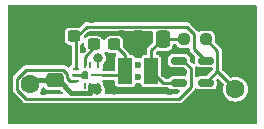
<source format=gbr>
%TF.GenerationSoftware,KiCad,Pcbnew,7.0.7*%
%TF.CreationDate,2023-11-19T09:16:51+03:00*%
%TF.ProjectId,Main_PCB_002,4d61696e-5f50-4434-925f-3030322e6b69,rev?*%
%TF.SameCoordinates,Original*%
%TF.FileFunction,Copper,L1,Top*%
%TF.FilePolarity,Positive*%
%FSLAX46Y46*%
G04 Gerber Fmt 4.6, Leading zero omitted, Abs format (unit mm)*
G04 Created by KiCad (PCBNEW 7.0.7) date 2023-11-19 09:16:51*
%MOMM*%
%LPD*%
G01*
G04 APERTURE LIST*
G04 Aperture macros list*
%AMRoundRect*
0 Rectangle with rounded corners*
0 $1 Rounding radius*
0 $2 $3 $4 $5 $6 $7 $8 $9 X,Y pos of 4 corners*
0 Add a 4 corners polygon primitive as box body*
4,1,4,$2,$3,$4,$5,$6,$7,$8,$9,$2,$3,0*
0 Add four circle primitives for the rounded corners*
1,1,$1+$1,$2,$3*
1,1,$1+$1,$4,$5*
1,1,$1+$1,$6,$7*
1,1,$1+$1,$8,$9*
0 Add four rect primitives between the rounded corners*
20,1,$1+$1,$2,$3,$4,$5,0*
20,1,$1+$1,$4,$5,$6,$7,0*
20,1,$1+$1,$6,$7,$8,$9,0*
20,1,$1+$1,$8,$9,$2,$3,0*%
G04 Aperture macros list end*
%TA.AperFunction,SMDPad,CuDef*%
%ADD10RoundRect,0.250000X0.337500X0.475000X-0.337500X0.475000X-0.337500X-0.475000X0.337500X-0.475000X0*%
%TD*%
%TA.AperFunction,SMDPad,CuDef*%
%ADD11RoundRect,0.150000X-0.512500X-0.150000X0.512500X-0.150000X0.512500X0.150000X-0.512500X0.150000X0*%
%TD*%
%TA.AperFunction,SMDPad,CuDef*%
%ADD12RoundRect,0.237500X-0.250000X-0.237500X0.250000X-0.237500X0.250000X0.237500X-0.250000X0.237500X0*%
%TD*%
%TA.AperFunction,ComponentPad*%
%ADD13C,1.600000*%
%TD*%
%TA.AperFunction,SMDPad,CuDef*%
%ADD14RoundRect,0.250000X0.475000X-0.337500X0.475000X0.337500X-0.475000X0.337500X-0.475000X-0.337500X0*%
%TD*%
%TA.AperFunction,SMDPad,CuDef*%
%ADD15RoundRect,0.237500X-0.300000X-0.237500X0.300000X-0.237500X0.300000X0.237500X-0.300000X0.237500X0*%
%TD*%
%TA.AperFunction,SMDPad,CuDef*%
%ADD16R,1.168400X2.209800*%
%TD*%
%TA.AperFunction,SMDPad,CuDef*%
%ADD17RoundRect,0.237500X0.300000X0.237500X-0.300000X0.237500X-0.300000X-0.237500X0.300000X-0.237500X0*%
%TD*%
%TA.AperFunction,SMDPad,CuDef*%
%ADD18R,0.249999X0.599999*%
%TD*%
%TA.AperFunction,SMDPad,CuDef*%
%ADD19R,0.599999X0.249999*%
%TD*%
%TA.AperFunction,SMDPad,CuDef*%
%ADD20R,1.825000X0.249999*%
%TD*%
%TA.AperFunction,ViaPad*%
%ADD21C,0.800000*%
%TD*%
%TA.AperFunction,ViaPad*%
%ADD22C,0.600000*%
%TD*%
%TA.AperFunction,Conductor*%
%ADD23C,0.250000*%
%TD*%
%TA.AperFunction,Conductor*%
%ADD24C,0.400000*%
%TD*%
G04 APERTURE END LIST*
D10*
%TO.P,C28,1*%
%TO.N,Net-(U17-+)*%
X133520000Y-99695000D03*
%TO.P,C28,2*%
%TO.N,GND2*%
X131445000Y-99695000D03*
%TD*%
D11*
%TO.P,U17,1*%
%TO.N,Net-(U16-FB)*%
X134895500Y-101513600D03*
%TO.P,U17,2,GND*%
%TO.N,GND2*%
X134895500Y-102463600D03*
%TO.P,U17,3,+*%
%TO.N,Net-(U17-+)*%
X134895500Y-103413600D03*
%TO.P,U17,4,-*%
%TO.N,Net-(D29-Conn)*%
X137170500Y-103413600D03*
%TO.P,U17,5,V+*%
%TO.N,Net-(U16-VCC)*%
X137170500Y-101513600D03*
%TD*%
D12*
%TO.P,R26,1*%
%TO.N,Net-(U17-+)*%
X135354600Y-99720400D03*
%TO.P,R26,2*%
%TO.N,Net-(D29-Conn)*%
X137179600Y-99720400D03*
%TD*%
D13*
%TO.P,D27,1,Conn*%
%TO.N,Net-(D27-Conn)*%
X122322500Y-103505000D03*
%TD*%
%TO.P,D30,1,Conn*%
%TO.N,GND2*%
X122271700Y-99415600D03*
%TD*%
D14*
%TO.P,C29,1*%
%TO.N,Net-(D27-Conn)*%
X124405300Y-103196300D03*
%TO.P,C29,2*%
%TO.N,GND2*%
X124405300Y-101121300D03*
%TD*%
D13*
%TO.P,D29,1,Conn*%
%TO.N,Net-(D29-Conn)*%
X139670700Y-103936800D03*
%TD*%
D15*
%TO.P,C27,1*%
%TO.N,Net-(U16-BOOT)*%
X127683000Y-100152200D03*
%TO.P,C27,2*%
%TO.N,Net-(U16-SW)*%
X129408000Y-100152200D03*
%TD*%
D16*
%TO.P,L3,1,1*%
%TO.N,Net-(U17-+)*%
X132558700Y-102387400D03*
%TO.P,L3,2,2*%
%TO.N,Net-(U16-SW)*%
X130323500Y-102387400D03*
%TD*%
D17*
%TO.P,C26,1*%
%TO.N,Net-(U16-VCC)*%
X126004400Y-99466400D03*
%TO.P,C26,2*%
%TO.N,GND2*%
X124279400Y-99466400D03*
%TD*%
D13*
%TO.P,D28,1,Conn*%
%TO.N,GND2*%
X139569100Y-99542600D03*
%TD*%
D18*
%TO.P,U16,1,PGND*%
%TO.N,GND2*%
X128705299Y-101857398D03*
%TO.P,U16,2,VIN*%
%TO.N,Net-(D27-Conn)*%
X128055300Y-101857398D03*
%TO.P,U16,3,NC*%
%TO.N,unconnected-(U16-NC-Pad3)*%
X127405299Y-101857398D03*
%TO.P,U16,4,BOOT*%
%TO.N,Net-(U16-BOOT)*%
X126905300Y-101857398D03*
D19*
%TO.P,U16,5,VCC*%
%TO.N,Net-(U16-VCC)*%
X126180300Y-102257400D03*
%TO.P,U16,6,AGND*%
%TO.N,GND2*%
X126180300Y-102757399D03*
%TO.P,U16,7,FB*%
%TO.N,Net-(U16-FB)*%
X126180300Y-103257398D03*
D18*
%TO.P,U16,8,PG*%
%TO.N,unconnected-(U16-PG-Pad8)*%
X126905300Y-103657400D03*
%TO.P,U16,9,EN*%
%TO.N,Net-(D27-Conn)*%
X127405299Y-103657400D03*
%TO.P,U16,10,VIN*%
X128055300Y-103657400D03*
%TO.P,U16,11,PGND*%
%TO.N,GND2*%
X128705299Y-103657400D03*
D20*
%TO.P,U16,12,SW*%
%TO.N,Net-(U16-SW)*%
X128368299Y-102757399D03*
%TD*%
D21*
%TO.N,GND2*%
X129434332Y-104007899D03*
D22*
X132715000Y-104107899D03*
X133485421Y-100919500D03*
X138811000Y-102108000D03*
X127508000Y-98044000D03*
X131445000Y-102870000D03*
X126746000Y-100584000D03*
X122936000Y-101600000D03*
X126238000Y-105410000D03*
X123444000Y-104140000D03*
X130302000Y-105410000D03*
X125603000Y-101346000D03*
X128338413Y-99269060D03*
X135509000Y-100694900D03*
X138049000Y-104140000D03*
X126956297Y-102743000D03*
X121158000Y-102108000D03*
X131445000Y-101854000D03*
X134112000Y-104140000D03*
X128270000Y-105410000D03*
X132588000Y-105410000D03*
X130810000Y-104013000D03*
X136511970Y-104196471D03*
X124206000Y-105410000D03*
X120884388Y-104541057D03*
X134874000Y-105410000D03*
X136510757Y-102296190D03*
X137287000Y-102362000D03*
X132482500Y-99695000D03*
X130048000Y-99187000D03*
X133604000Y-102616000D03*
D21*
%TO.N,Net-(D27-Conn)*%
X128055502Y-101268326D03*
X127982943Y-104008067D03*
%TD*%
D23*
%TO.N,Net-(U16-VCC)*%
X136177300Y-100520400D02*
X136177300Y-99260105D01*
X137170500Y-101513600D02*
X136177300Y-100520400D01*
X136177300Y-99260105D02*
X135562195Y-98645000D01*
X135562195Y-98645000D02*
X127079800Y-98645000D01*
X126180300Y-99544500D02*
X126258400Y-99466400D01*
X126180300Y-102257400D02*
X126180300Y-99544500D01*
X127079800Y-98645000D02*
X126258400Y-99466400D01*
%TO.N,GND2*%
X124228600Y-99415600D02*
X124279400Y-99466400D01*
X124405300Y-99592300D02*
X124279400Y-99466400D01*
X124405300Y-101121300D02*
X124405300Y-99592300D01*
X122271700Y-99415600D02*
X124228600Y-99415600D01*
%TO.N,Net-(U16-BOOT)*%
X126905300Y-101857398D02*
X126905300Y-101235800D01*
X126905300Y-101235800D02*
X127988900Y-100152200D01*
%TO.N,Net-(U16-SW)*%
X128368299Y-102757399D02*
X129953501Y-102757399D01*
X129408000Y-100152200D02*
X130323500Y-101067700D01*
X129662000Y-99999800D02*
X129560400Y-99999800D01*
X130323500Y-101067700D02*
X130323500Y-102387400D01*
X129560400Y-99999800D02*
X129408000Y-100152200D01*
X129953501Y-102757399D02*
X130323500Y-102387400D01*
%TO.N,Net-(U17-+)*%
X135329200Y-99695000D02*
X135354600Y-99720400D01*
X132558700Y-102387400D02*
X132558700Y-100656300D01*
X132558700Y-100656300D02*
X133520000Y-99695000D01*
X133520000Y-99695000D02*
X135329200Y-99695000D01*
X134895500Y-103413600D02*
X133584900Y-103413600D01*
X133584900Y-103413600D02*
X132558700Y-102387400D01*
D24*
%TO.N,Net-(D27-Conn)*%
X125800099Y-104282399D02*
X124710100Y-103192400D01*
D23*
X124358400Y-103149400D02*
X124405300Y-103196300D01*
D24*
X127355299Y-104282399D02*
X125800099Y-104282399D01*
X122678100Y-103149400D02*
X124358400Y-103149400D01*
D23*
X122322500Y-103505000D02*
X122678100Y-103149400D01*
D24*
X127405299Y-104232399D02*
X127355299Y-104282399D01*
X127405299Y-103657400D02*
X127405299Y-104232399D01*
X128055300Y-103657400D02*
X127405299Y-103657400D01*
D23*
%TO.N,Net-(D29-Conn)*%
X138158000Y-100698800D02*
X138158000Y-102426100D01*
X138158000Y-102426100D02*
X137170500Y-103413600D01*
X138160000Y-102426100D02*
X138158000Y-102426100D01*
X137179600Y-99720400D02*
X138158000Y-100698800D01*
X139670700Y-103936800D02*
X138160000Y-102426100D01*
%TO.N,Net-(U16-FB)*%
X121958908Y-104732399D02*
X121197500Y-103970991D01*
X135883000Y-102116849D02*
X135883000Y-103760351D01*
X121952709Y-102283800D02*
X125118473Y-102283800D01*
X125455300Y-103020211D02*
X125692487Y-103257398D01*
X134895500Y-101513600D02*
X135279751Y-101513600D01*
X121197500Y-103970991D02*
X121197500Y-103039009D01*
X135883000Y-103760351D02*
X134910952Y-104732399D01*
X125118473Y-102283800D02*
X125455300Y-102620627D01*
X125455300Y-102620627D02*
X125455300Y-103020211D01*
X134910952Y-104732399D02*
X121958908Y-104732399D01*
X121197500Y-103039009D02*
X121952709Y-102283800D01*
X135279751Y-101513600D02*
X135883000Y-102116849D01*
X125692487Y-103257398D02*
X126180300Y-103257398D01*
%TD*%
%TA.AperFunction,Conductor*%
%TO.N,GND2*%
G36*
X123480901Y-103793079D02*
G01*
X123527652Y-103831098D01*
X123572755Y-103891347D01*
X123687964Y-103977593D01*
X123687971Y-103977597D01*
X123822817Y-104027891D01*
X123822816Y-104027891D01*
X123829744Y-104028635D01*
X123882427Y-104034300D01*
X124863533Y-104034299D01*
X124930572Y-104053983D01*
X124951214Y-104070618D01*
X125025814Y-104145218D01*
X125059299Y-104206541D01*
X125054315Y-104276233D01*
X125012443Y-104332166D01*
X124946979Y-104356583D01*
X124938133Y-104356899D01*
X123244513Y-104356899D01*
X123177474Y-104337214D01*
X123131719Y-104284410D01*
X123121775Y-104215252D01*
X123148660Y-104154234D01*
X123162174Y-104137765D01*
X123200185Y-104091450D01*
X123297732Y-103908954D01*
X123309726Y-103869414D01*
X123348022Y-103810977D01*
X123411834Y-103782520D01*
X123480901Y-103793079D01*
G37*
%TD.AperFunction*%
%TA.AperFunction,Conductor*%
G36*
X129431839Y-103152584D02*
G01*
X129477594Y-103205388D01*
X129488800Y-103256899D01*
X129488800Y-103516978D01*
X129503332Y-103590035D01*
X129503333Y-103590039D01*
X129506731Y-103595124D01*
X129558699Y-103672901D01*
X129621248Y-103714694D01*
X129641560Y-103728266D01*
X129641564Y-103728267D01*
X129714621Y-103742799D01*
X129714624Y-103742800D01*
X129714626Y-103742800D01*
X130932376Y-103742800D01*
X130932377Y-103742799D01*
X131005440Y-103728266D01*
X131088301Y-103672901D01*
X131143666Y-103590040D01*
X131147037Y-103573093D01*
X131153360Y-103541309D01*
X131185745Y-103479398D01*
X131246460Y-103444824D01*
X131274977Y-103441500D01*
X131607223Y-103441500D01*
X131674262Y-103461185D01*
X131720017Y-103513989D01*
X131728840Y-103541309D01*
X131738532Y-103590035D01*
X131738533Y-103590039D01*
X131741931Y-103595124D01*
X131793899Y-103672901D01*
X131856448Y-103714694D01*
X131876760Y-103728266D01*
X131876764Y-103728267D01*
X131949821Y-103742799D01*
X131949824Y-103742800D01*
X131949826Y-103742800D01*
X133167576Y-103742800D01*
X133167577Y-103742799D01*
X133240640Y-103728266D01*
X133240644Y-103728263D01*
X133251920Y-103723593D01*
X133252416Y-103724792D01*
X133306708Y-103707789D01*
X133374089Y-103726269D01*
X133385076Y-103733904D01*
X133403711Y-103748409D01*
X133403716Y-103748410D01*
X133410620Y-103752147D01*
X133417696Y-103755606D01*
X133417701Y-103755610D01*
X133470303Y-103771270D01*
X133522238Y-103789100D01*
X133529972Y-103790390D01*
X133537810Y-103791367D01*
X133537812Y-103791368D01*
X133537813Y-103791367D01*
X133537814Y-103791368D01*
X133592656Y-103789100D01*
X133990746Y-103789100D01*
X134057785Y-103808785D01*
X134078422Y-103825414D01*
X134144658Y-103891650D01*
X134242572Y-103941540D01*
X134257698Y-103949247D01*
X134351475Y-103964099D01*
X134351481Y-103964100D01*
X134848852Y-103964099D01*
X134915890Y-103983783D01*
X134961645Y-104036587D01*
X134971589Y-104105746D01*
X134942564Y-104169302D01*
X134936539Y-104175773D01*
X134791731Y-104320581D01*
X134730411Y-104354065D01*
X134704052Y-104356899D01*
X128726004Y-104356899D01*
X128658965Y-104337214D01*
X128613210Y-104284410D01*
X128603266Y-104215252D01*
X128610062Y-104188928D01*
X128615048Y-104175780D01*
X128619180Y-104164885D01*
X128638221Y-104008067D01*
X128638050Y-104006654D01*
X128619180Y-103851248D01*
X128595610Y-103789100D01*
X128563163Y-103703544D01*
X128563161Y-103703542D01*
X128563161Y-103703540D01*
X128542011Y-103672900D01*
X128523201Y-103645648D01*
X128501598Y-103584474D01*
X128499466Y-103556024D01*
X128499466Y-103556022D01*
X128449852Y-103429606D01*
X128449851Y-103429605D01*
X128449851Y-103429604D01*
X128447411Y-103425377D01*
X128430800Y-103363380D01*
X128430800Y-103332727D01*
X128420529Y-103281090D01*
X128426757Y-103211498D01*
X128469621Y-103156321D01*
X128535511Y-103133077D01*
X128542147Y-103132899D01*
X129364800Y-103132899D01*
X129431839Y-103152584D01*
G37*
%TD.AperFunction*%
%TA.AperFunction,Conductor*%
G36*
X127140450Y-102410962D02*
G01*
X127195630Y-102453823D01*
X127218877Y-102519712D01*
X127216672Y-102550545D01*
X127205299Y-102607720D01*
X127205299Y-102907077D01*
X127216672Y-102964252D01*
X127210445Y-103033843D01*
X127167582Y-103089021D01*
X127101692Y-103112265D01*
X127070864Y-103110060D01*
X127054978Y-103106900D01*
X127054974Y-103106900D01*
X126829044Y-103106900D01*
X126762005Y-103087215D01*
X126724452Y-103043876D01*
X126723051Y-103044813D01*
X126705413Y-103018415D01*
X126660901Y-102951797D01*
X126585625Y-102901500D01*
X126578039Y-102896431D01*
X126578035Y-102896430D01*
X126504977Y-102881898D01*
X126504974Y-102881898D01*
X126242960Y-102881898D01*
X126238622Y-102881898D01*
X126208521Y-102873059D01*
X126196678Y-102879354D01*
X126171688Y-102881898D01*
X125954800Y-102881898D01*
X125887761Y-102862213D01*
X125842006Y-102809409D01*
X125830800Y-102757898D01*
X125830800Y-102756900D01*
X125850485Y-102689861D01*
X125903289Y-102644106D01*
X125954800Y-102632900D01*
X126162208Y-102632900D01*
X126167323Y-102633111D01*
X126180294Y-102634186D01*
X126181929Y-102634322D01*
X126199995Y-102641293D01*
X126203687Y-102638921D01*
X126208182Y-102637692D01*
X126211736Y-102636791D01*
X126211737Y-102636792D01*
X126212124Y-102636693D01*
X126242563Y-102632900D01*
X126504976Y-102632900D01*
X126504977Y-102632899D01*
X126578040Y-102618366D01*
X126660901Y-102563001D01*
X126716266Y-102480140D01*
X126716266Y-102480139D01*
X126723051Y-102469985D01*
X126725056Y-102471324D01*
X126758324Y-102430042D01*
X126824619Y-102407977D01*
X126829044Y-102407898D01*
X127054975Y-102407898D01*
X127062543Y-102406392D01*
X127070859Y-102404738D01*
X127140450Y-102410962D01*
G37*
%TD.AperFunction*%
%TA.AperFunction,Conductor*%
G36*
X134606703Y-100090185D02*
G01*
X134652458Y-100142989D01*
X134655846Y-100151168D01*
X134671885Y-100194173D01*
X134671887Y-100194177D01*
X134693029Y-100222418D01*
X134755984Y-100306516D01*
X134841157Y-100370276D01*
X134859700Y-100384158D01*
X134868322Y-100390612D01*
X134960694Y-100425065D01*
X134999800Y-100439651D01*
X135057909Y-100445899D01*
X135057926Y-100445900D01*
X135651274Y-100445900D01*
X135665519Y-100444368D01*
X135734278Y-100456770D01*
X135785417Y-100504378D01*
X135801088Y-100547249D01*
X135805642Y-100574540D01*
X135812434Y-100629027D01*
X135814673Y-100636547D01*
X135817234Y-100644008D01*
X135817235Y-100644010D01*
X135836336Y-100679307D01*
X135843355Y-100692277D01*
X135867474Y-100741611D01*
X135872042Y-100748009D01*
X135876881Y-100754226D01*
X135917270Y-100791407D01*
X136161412Y-101035550D01*
X136241136Y-101115274D01*
X136274621Y-101176597D01*
X136272033Y-101228365D01*
X136273880Y-101228658D01*
X136257500Y-101332075D01*
X136257500Y-101660950D01*
X136237815Y-101727989D01*
X136185011Y-101773744D01*
X136115853Y-101783688D01*
X136052297Y-101754663D01*
X136045819Y-101748631D01*
X135958138Y-101660950D01*
X135844818Y-101547629D01*
X135811333Y-101486306D01*
X135808499Y-101459948D01*
X135808499Y-101332082D01*
X135805574Y-101313615D01*
X135793646Y-101238296D01*
X135736050Y-101125258D01*
X135736046Y-101125254D01*
X135736045Y-101125252D01*
X135646347Y-101035554D01*
X135646344Y-101035552D01*
X135646342Y-101035550D01*
X135550591Y-100986762D01*
X135533301Y-100977952D01*
X135439524Y-100963100D01*
X134351482Y-100963100D01*
X134276102Y-100975039D01*
X134257696Y-100977954D01*
X134144658Y-101035550D01*
X134144656Y-101035551D01*
X134144657Y-101035551D01*
X134144652Y-101035554D01*
X134054954Y-101125252D01*
X134054951Y-101125257D01*
X133997352Y-101238298D01*
X133982500Y-101332075D01*
X133982500Y-101695117D01*
X133990976Y-101748631D01*
X133997354Y-101788904D01*
X134054950Y-101901942D01*
X134054952Y-101901944D01*
X134054954Y-101901947D01*
X134144652Y-101991645D01*
X134144654Y-101991646D01*
X134144658Y-101991650D01*
X134248160Y-102044387D01*
X134257698Y-102049247D01*
X134351475Y-102064099D01*
X134351481Y-102064100D01*
X135247850Y-102064099D01*
X135314889Y-102083783D01*
X135335526Y-102100413D01*
X135471182Y-102236068D01*
X135504666Y-102297389D01*
X135507500Y-102323748D01*
X135507500Y-102739100D01*
X135487815Y-102806139D01*
X135435011Y-102851894D01*
X135383500Y-102863100D01*
X134351482Y-102863100D01*
X134270519Y-102875923D01*
X134257696Y-102877954D01*
X134144658Y-102935550D01*
X134144657Y-102935551D01*
X134144656Y-102935551D01*
X134124071Y-102956137D01*
X134078425Y-103001782D01*
X134017105Y-103035266D01*
X133990746Y-103038100D01*
X133791799Y-103038100D01*
X133724760Y-103018415D01*
X133704118Y-103001781D01*
X133429719Y-102727381D01*
X133396234Y-102666058D01*
X133393400Y-102639700D01*
X133393400Y-101257823D01*
X133393399Y-101257821D01*
X133378867Y-101184764D01*
X133378866Y-101184760D01*
X133373412Y-101176597D01*
X133323501Y-101101899D01*
X133263983Y-101062131D01*
X133240639Y-101046533D01*
X133240635Y-101046532D01*
X133167577Y-101032000D01*
X133167574Y-101032000D01*
X133058200Y-101032000D01*
X132991161Y-101012315D01*
X132945406Y-100959511D01*
X132934200Y-100908000D01*
X132934200Y-100863197D01*
X132953885Y-100796158D01*
X132970514Y-100775521D01*
X133039443Y-100706592D01*
X133100764Y-100673109D01*
X133131306Y-100670653D01*
X133131306Y-100670500D01*
X133133208Y-100670499D01*
X133133781Y-100670454D01*
X133134600Y-100670497D01*
X133134627Y-100670500D01*
X133905372Y-100670499D01*
X133964983Y-100664091D01*
X134099831Y-100613796D01*
X134215046Y-100527546D01*
X134301296Y-100412331D01*
X134351591Y-100277483D01*
X134358000Y-100217873D01*
X134358000Y-100194500D01*
X134377685Y-100127461D01*
X134430489Y-100081706D01*
X134482000Y-100070500D01*
X134539664Y-100070500D01*
X134606703Y-100090185D01*
G37*
%TD.AperFunction*%
%TA.AperFunction,Conductor*%
G36*
X136442259Y-102003166D02*
G01*
X136523160Y-102044387D01*
X136532696Y-102049246D01*
X136532698Y-102049247D01*
X136626475Y-102064099D01*
X136626481Y-102064100D01*
X137658500Y-102064099D01*
X137725539Y-102083783D01*
X137771294Y-102136587D01*
X137782500Y-102188099D01*
X137782500Y-102219199D01*
X137762815Y-102286238D01*
X137746181Y-102306880D01*
X137226279Y-102826781D01*
X137164956Y-102860266D01*
X137138598Y-102863100D01*
X136626482Y-102863100D01*
X136532695Y-102877954D01*
X136438794Y-102925799D01*
X136370125Y-102938695D01*
X136305385Y-102912418D01*
X136265128Y-102855311D01*
X136258500Y-102815314D01*
X136258500Y-102168653D01*
X136261139Y-102143208D01*
X136262527Y-102136587D01*
X136263367Y-102132581D01*
X136262919Y-102128989D01*
X136263718Y-102124086D01*
X136263792Y-102122311D01*
X136264006Y-102122319D01*
X136274160Y-102060031D01*
X136320898Y-102008095D01*
X136388295Y-101989673D01*
X136442259Y-102003166D01*
G37*
%TD.AperFunction*%
%TA.AperFunction,Conductor*%
G36*
X128788757Y-100760305D02*
G01*
X128837366Y-100796693D01*
X128858804Y-100812742D01*
X128871722Y-100822412D01*
X128964094Y-100856865D01*
X129003200Y-100871451D01*
X129061309Y-100877699D01*
X129061326Y-100877700D01*
X129485464Y-100877700D01*
X129552503Y-100897385D01*
X129598258Y-100950189D01*
X129608202Y-101019347D01*
X129579177Y-101082903D01*
X129566595Y-101094002D01*
X129558701Y-101101896D01*
X129503333Y-101184760D01*
X129503332Y-101184764D01*
X129488800Y-101257821D01*
X129488800Y-102257899D01*
X129469115Y-102324938D01*
X129416311Y-102370693D01*
X129364800Y-102381899D01*
X128542147Y-102381899D01*
X128475108Y-102362214D01*
X128429353Y-102309410D01*
X128419409Y-102240252D01*
X128420529Y-102233708D01*
X128423812Y-102217200D01*
X128430800Y-102182072D01*
X128430799Y-101860703D01*
X128450483Y-101793668D01*
X128472569Y-101767894D01*
X128545985Y-101702856D01*
X128635722Y-101572849D01*
X128691739Y-101425144D01*
X128710780Y-101268326D01*
X128709505Y-101257821D01*
X128691739Y-101111507D01*
X128667097Y-101046532D01*
X128635722Y-100963803D01*
X128612398Y-100930012D01*
X128590515Y-100863657D01*
X128607981Y-100796006D01*
X128659248Y-100748536D01*
X128728042Y-100736319D01*
X128788757Y-100760305D01*
G37*
%TD.AperFunction*%
%TA.AperFunction,Conductor*%
G36*
X132627295Y-99040185D02*
G01*
X132673050Y-99092989D01*
X132683545Y-99157752D01*
X132682000Y-99172127D01*
X132682000Y-99172134D01*
X132681999Y-99172135D01*
X132681999Y-99950599D01*
X132662314Y-100017639D01*
X132645680Y-100038280D01*
X132329808Y-100354152D01*
X132309954Y-100370276D01*
X132300865Y-100376214D01*
X132300864Y-100376215D01*
X132279063Y-100404223D01*
X132273986Y-100409974D01*
X132271184Y-100412777D01*
X132271174Y-100412788D01*
X132257605Y-100431795D01*
X132223892Y-100475108D01*
X132220147Y-100482029D01*
X132216688Y-100489104D01*
X132201029Y-100541703D01*
X132183200Y-100593638D01*
X132181907Y-100601384D01*
X132180932Y-100609211D01*
X132180932Y-100609212D01*
X132183199Y-100664055D01*
X132183199Y-100846489D01*
X132183200Y-100907999D01*
X132163516Y-100975039D01*
X132110712Y-101020794D01*
X132059200Y-101032000D01*
X131949823Y-101032000D01*
X131876764Y-101046532D01*
X131876760Y-101046533D01*
X131793899Y-101101899D01*
X131738533Y-101184760D01*
X131738532Y-101184764D01*
X131728840Y-101233491D01*
X131696455Y-101295402D01*
X131635740Y-101329976D01*
X131607223Y-101333300D01*
X131274977Y-101333300D01*
X131207938Y-101313615D01*
X131162183Y-101260811D01*
X131153360Y-101233491D01*
X131143667Y-101184764D01*
X131143666Y-101184760D01*
X131138212Y-101176597D01*
X131088301Y-101101899D01*
X131028783Y-101062131D01*
X131005439Y-101046533D01*
X131005435Y-101046532D01*
X130932377Y-101032000D01*
X130932374Y-101032000D01*
X130802278Y-101032000D01*
X130735239Y-101012315D01*
X130689484Y-100959511D01*
X130684995Y-100948257D01*
X130683565Y-100944091D01*
X130683565Y-100944090D01*
X130657441Y-100895818D01*
X130633326Y-100846489D01*
X130633323Y-100846486D01*
X130633323Y-100846485D01*
X130628780Y-100840121D01*
X130623920Y-100833876D01*
X130623919Y-100833874D01*
X130623834Y-100833796D01*
X130583530Y-100796693D01*
X130232319Y-100445481D01*
X130198834Y-100384158D01*
X130196000Y-100357800D01*
X130196000Y-99868026D01*
X130195999Y-99868009D01*
X130189751Y-99809900D01*
X130160320Y-99730994D01*
X130140712Y-99678422D01*
X130056616Y-99566084D01*
X129986258Y-99513414D01*
X129944280Y-99481989D01*
X129944278Y-99481988D01*
X129894541Y-99463437D01*
X129812799Y-99432948D01*
X129754690Y-99426700D01*
X129754674Y-99426700D01*
X129061326Y-99426700D01*
X129061309Y-99426700D01*
X129003200Y-99432948D01*
X128871719Y-99481989D01*
X128759384Y-99566084D01*
X128675288Y-99678421D01*
X128661681Y-99714903D01*
X128619809Y-99770836D01*
X128554345Y-99795252D01*
X128486072Y-99780400D01*
X128436667Y-99730994D01*
X128429319Y-99714903D01*
X128424654Y-99702398D01*
X128415712Y-99678422D01*
X128331616Y-99566084D01*
X128261258Y-99513414D01*
X128219280Y-99481989D01*
X128219278Y-99481988D01*
X128169541Y-99463437D01*
X128087799Y-99432948D01*
X128029690Y-99426700D01*
X128029674Y-99426700D01*
X127336326Y-99426700D01*
X127336309Y-99426700D01*
X127278200Y-99432948D01*
X127146719Y-99481989D01*
X127051522Y-99553254D01*
X126986057Y-99577671D01*
X126917784Y-99562819D01*
X126868379Y-99513414D01*
X126853527Y-99445141D01*
X126877944Y-99379677D01*
X126889515Y-99366321D01*
X127199021Y-99056816D01*
X127260342Y-99023334D01*
X127286700Y-99020500D01*
X132560256Y-99020500D01*
X132627295Y-99040185D01*
G37*
%TD.AperFunction*%
%TA.AperFunction,Conductor*%
G36*
X126858681Y-100014142D02*
G01*
X126892166Y-100075465D01*
X126895000Y-100101823D01*
X126895000Y-100436390D01*
X126901249Y-100494500D01*
X126901249Y-100494501D01*
X126931619Y-100575928D01*
X126936603Y-100645620D01*
X126903118Y-100706942D01*
X126767480Y-100842580D01*
X126706157Y-100876065D01*
X126636465Y-100871081D01*
X126580532Y-100829209D01*
X126556115Y-100763745D01*
X126555799Y-100754899D01*
X126555799Y-100613793D01*
X126555799Y-100187356D01*
X126575484Y-100120321D01*
X126605485Y-100088097D01*
X126653016Y-100052516D01*
X126671733Y-100027512D01*
X126727666Y-99985641D01*
X126797358Y-99980657D01*
X126858681Y-100014142D01*
G37*
%TD.AperFunction*%
%TA.AperFunction,Conductor*%
G36*
X141410539Y-96804185D02*
G01*
X141456294Y-96856989D01*
X141467500Y-96908500D01*
X141467500Y-106799500D01*
X141447815Y-106866539D01*
X141395011Y-106912294D01*
X141343500Y-106923500D01*
X120530500Y-106923500D01*
X120463461Y-106903815D01*
X120417706Y-106851011D01*
X120406500Y-106799500D01*
X120406500Y-103955262D01*
X120817133Y-103955262D01*
X120821523Y-103990482D01*
X120822000Y-103998158D01*
X120822000Y-104002107D01*
X120825842Y-104025132D01*
X120832634Y-104079618D01*
X120834873Y-104087138D01*
X120837434Y-104094599D01*
X120837435Y-104094601D01*
X120863481Y-104142732D01*
X120863555Y-104142868D01*
X120887674Y-104192202D01*
X120892242Y-104198600D01*
X120897082Y-104204818D01*
X120937471Y-104242000D01*
X121656757Y-104961285D01*
X121672885Y-104981144D01*
X121678824Y-104990235D01*
X121681582Y-104992382D01*
X121706837Y-105012038D01*
X121712599Y-105017127D01*
X121715391Y-105019919D01*
X121734394Y-105033487D01*
X121777719Y-105067208D01*
X121777721Y-105067208D01*
X121784643Y-105070954D01*
X121791706Y-105074407D01*
X121791709Y-105074409D01*
X121844320Y-105090072D01*
X121870283Y-105098985D01*
X121896247Y-105107899D01*
X121904009Y-105109194D01*
X121911819Y-105110167D01*
X121911820Y-105110168D01*
X121911820Y-105110167D01*
X121911821Y-105110168D01*
X121939248Y-105109033D01*
X121966677Y-105107899D01*
X134859148Y-105107899D01*
X134884593Y-105110538D01*
X134888392Y-105111334D01*
X134895220Y-105112766D01*
X134916177Y-105110153D01*
X134930444Y-105108376D01*
X134938120Y-105107899D01*
X134942064Y-105107899D01*
X134942066Y-105107899D01*
X134942068Y-105107898D01*
X134942074Y-105107898D01*
X134957439Y-105105333D01*
X134965092Y-105104056D01*
X135019578Y-105097265D01*
X135019579Y-105097264D01*
X135019581Y-105097264D01*
X135027093Y-105095027D01*
X135034558Y-105092465D01*
X135034558Y-105092464D01*
X135034562Y-105092464D01*
X135082829Y-105066343D01*
X135132163Y-105042225D01*
X135132165Y-105042222D01*
X135138546Y-105037667D01*
X135144771Y-105032821D01*
X135144778Y-105032818D01*
X135181960Y-104992427D01*
X136111889Y-104062497D01*
X136131746Y-104046373D01*
X136140836Y-104040435D01*
X136162638Y-104012422D01*
X136167733Y-104006654D01*
X136170519Y-104003869D01*
X136171777Y-104002107D01*
X136184086Y-103984867D01*
X136217807Y-103941543D01*
X136221542Y-103934640D01*
X136224428Y-103928736D01*
X136228382Y-103924407D01*
X136231304Y-103918738D01*
X136231390Y-103918619D01*
X136232763Y-103919611D01*
X136271552Y-103877150D01*
X136339085Y-103859231D01*
X136405585Y-103880667D01*
X136413080Y-103886870D01*
X136419653Y-103891645D01*
X136419658Y-103891650D01*
X136523639Y-103944631D01*
X136532698Y-103949247D01*
X136626475Y-103964099D01*
X136626481Y-103964100D01*
X137714518Y-103964099D01*
X137808304Y-103949246D01*
X137921342Y-103891650D01*
X138011050Y-103801942D01*
X138068646Y-103688904D01*
X138068646Y-103688902D01*
X138068647Y-103688901D01*
X138083499Y-103595124D01*
X138083500Y-103595119D01*
X138083499Y-103232082D01*
X138083499Y-103232077D01*
X138077061Y-103191431D01*
X138086015Y-103122138D01*
X138131011Y-103068686D01*
X138197763Y-103048046D01*
X138265077Y-103066771D01*
X138287215Y-103084352D01*
X138652280Y-103449417D01*
X138685765Y-103510740D01*
X138683260Y-103573090D01*
X138675128Y-103599900D01*
X138635399Y-103730867D01*
X138615117Y-103936799D01*
X138635399Y-104142732D01*
X138654232Y-104204817D01*
X138695468Y-104340754D01*
X138793015Y-104523250D01*
X138793017Y-104523252D01*
X138924289Y-104683210D01*
X139020909Y-104762502D01*
X139084250Y-104814485D01*
X139266746Y-104912032D01*
X139464766Y-104972100D01*
X139464765Y-104972100D01*
X139483229Y-104973918D01*
X139670700Y-104992383D01*
X139876634Y-104972100D01*
X140074654Y-104912032D01*
X140257150Y-104814485D01*
X140417110Y-104683210D01*
X140548385Y-104523250D01*
X140645932Y-104340754D01*
X140706000Y-104142734D01*
X140726283Y-103936800D01*
X140723540Y-103908955D01*
X140713000Y-103801942D01*
X140706000Y-103730866D01*
X140645932Y-103532846D01*
X140548385Y-103350350D01*
X140451326Y-103232082D01*
X140417110Y-103190389D01*
X140291390Y-103087215D01*
X140257150Y-103059115D01*
X140074654Y-102961568D01*
X139876634Y-102901500D01*
X139876632Y-102901499D01*
X139876634Y-102901499D01*
X139677614Y-102881898D01*
X139670700Y-102881217D01*
X139670699Y-102881217D01*
X139464767Y-102901499D01*
X139306993Y-102949359D01*
X139237126Y-102949982D01*
X139183317Y-102918379D01*
X138569819Y-102304881D01*
X138536334Y-102243558D01*
X138533500Y-102217200D01*
X138533500Y-100750603D01*
X138536139Y-100725158D01*
X138536177Y-100724975D01*
X138538367Y-100714532D01*
X138535593Y-100692277D01*
X138533977Y-100679307D01*
X138533500Y-100671631D01*
X138533500Y-100667690D01*
X138533499Y-100667681D01*
X138529657Y-100644656D01*
X138522866Y-100590176D01*
X138520621Y-100582637D01*
X138518066Y-100575192D01*
X138491941Y-100526918D01*
X138491769Y-100526566D01*
X138467826Y-100477589D01*
X138467823Y-100477586D01*
X138467823Y-100477585D01*
X138463280Y-100471221D01*
X138458420Y-100464976D01*
X138458419Y-100464974D01*
X138418029Y-100427792D01*
X138201822Y-100211585D01*
X137953919Y-99963681D01*
X137920434Y-99902358D01*
X137917600Y-99876000D01*
X137917600Y-99436226D01*
X137917599Y-99436209D01*
X137911351Y-99378100D01*
X137889494Y-99319500D01*
X137862312Y-99246622D01*
X137778216Y-99134284D01*
X137710712Y-99083751D01*
X137665880Y-99050189D01*
X137665878Y-99050188D01*
X137620519Y-99033270D01*
X137534399Y-99001148D01*
X137476290Y-98994900D01*
X137476274Y-98994900D01*
X136882926Y-98994900D01*
X136882909Y-98994900D01*
X136824800Y-99001148D01*
X136693317Y-99050190D01*
X136665731Y-99070841D01*
X136600266Y-99095257D01*
X136531993Y-99080404D01*
X136490502Y-99043623D01*
X136482572Y-99032516D01*
X136477720Y-99026281D01*
X136477719Y-99026279D01*
X136471441Y-99020500D01*
X136437330Y-98989098D01*
X135864344Y-98416111D01*
X135848217Y-98396252D01*
X135842281Y-98387167D01*
X135842278Y-98387163D01*
X135814269Y-98365363D01*
X135808505Y-98360272D01*
X135805710Y-98357477D01*
X135786700Y-98343906D01*
X135743384Y-98310190D01*
X135736469Y-98306448D01*
X135729395Y-98302990D01*
X135676791Y-98287329D01*
X135624853Y-98269499D01*
X135617118Y-98268208D01*
X135609280Y-98267231D01*
X135554439Y-98269500D01*
X127131604Y-98269500D01*
X127106159Y-98266861D01*
X127095533Y-98264633D01*
X127095530Y-98264633D01*
X127060308Y-98269023D01*
X127052632Y-98269500D01*
X127048686Y-98269500D01*
X127031415Y-98272381D01*
X127025658Y-98273342D01*
X126971170Y-98280134D01*
X126963657Y-98282371D01*
X126956187Y-98284936D01*
X126907922Y-98311055D01*
X126858592Y-98335171D01*
X126852175Y-98339753D01*
X126845975Y-98344579D01*
X126808792Y-98384970D01*
X126484930Y-98708830D01*
X126423607Y-98742315D01*
X126383995Y-98744439D01*
X126351076Y-98740900D01*
X126351074Y-98740900D01*
X125657726Y-98740900D01*
X125657709Y-98740900D01*
X125599600Y-98747148D01*
X125468119Y-98796189D01*
X125355784Y-98880284D01*
X125271689Y-98992619D01*
X125222648Y-99124100D01*
X125216400Y-99182209D01*
X125216400Y-99750590D01*
X125222648Y-99808699D01*
X125247751Y-99876000D01*
X125271688Y-99940178D01*
X125355784Y-100052516D01*
X125468122Y-100136612D01*
X125560494Y-100171065D01*
X125599600Y-100185651D01*
X125657709Y-100191899D01*
X125657726Y-100191900D01*
X125680800Y-100191900D01*
X125747839Y-100211585D01*
X125793594Y-100264389D01*
X125804800Y-100315900D01*
X125804800Y-101815293D01*
X125785115Y-101882332D01*
X125749692Y-101918395D01*
X125699699Y-101951799D01*
X125644329Y-102034666D01*
X125643893Y-102035721D01*
X125642327Y-102037663D01*
X125637549Y-102044815D01*
X125636908Y-102044387D01*
X125600049Y-102090122D01*
X125533754Y-102112183D01*
X125466055Y-102094900D01*
X125441654Y-102075943D01*
X125420622Y-102054911D01*
X125404495Y-102035052D01*
X125398559Y-102025967D01*
X125398556Y-102025963D01*
X125383596Y-102014319D01*
X125370545Y-102004161D01*
X125364783Y-101999072D01*
X125361988Y-101996277D01*
X125342978Y-101982706D01*
X125299662Y-101948990D01*
X125292747Y-101945248D01*
X125285673Y-101941790D01*
X125233069Y-101926129D01*
X125181131Y-101908299D01*
X125173396Y-101907008D01*
X125165558Y-101906031D01*
X125110717Y-101908300D01*
X122004512Y-101908300D01*
X121979067Y-101905661D01*
X121968441Y-101903433D01*
X121968438Y-101903433D01*
X121933216Y-101907823D01*
X121925540Y-101908300D01*
X121921595Y-101908300D01*
X121904324Y-101911181D01*
X121898567Y-101912142D01*
X121844079Y-101918934D01*
X121836566Y-101921171D01*
X121829096Y-101923736D01*
X121780831Y-101949855D01*
X121731501Y-101973971D01*
X121725084Y-101978553D01*
X121718884Y-101983379D01*
X121681701Y-102023770D01*
X120968608Y-102736861D01*
X120948754Y-102752985D01*
X120939665Y-102758923D01*
X120939664Y-102758924D01*
X120917863Y-102786932D01*
X120912786Y-102792683D01*
X120909984Y-102795486D01*
X120909974Y-102795497D01*
X120896405Y-102814504D01*
X120862692Y-102857817D01*
X120858947Y-102864738D01*
X120855488Y-102871813D01*
X120839829Y-102924412D01*
X120822000Y-102976347D01*
X120820706Y-102984101D01*
X120819731Y-102991920D01*
X120822000Y-103046764D01*
X120822000Y-103919187D01*
X120819362Y-103944625D01*
X120817133Y-103955259D01*
X120817133Y-103955260D01*
X120817133Y-103955262D01*
X120406500Y-103955262D01*
X120406500Y-96908500D01*
X120426185Y-96841461D01*
X120478989Y-96795706D01*
X120530500Y-96784500D01*
X141343500Y-96784500D01*
X141410539Y-96804185D01*
G37*
%TD.AperFunction*%
%TD*%
M02*

</source>
